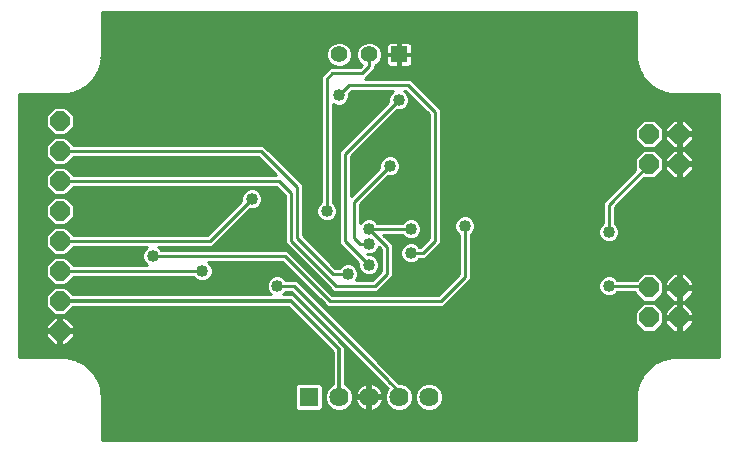
<source format=gbl>
G75*
G70*
%OFA0B0*%
%FSLAX24Y24*%
%IPPOS*%
%LPD*%
%AMOC8*
5,1,8,0,0,1.08239X$1,22.5*
%
%ADD10R,0.0640X0.0640*%
%ADD11C,0.0640*%
%ADD12OC8,0.0640*%
%ADD13R,0.0555X0.0555*%
%ADD14C,0.0555*%
%ADD15C,0.0100*%
%ADD16C,0.0400*%
%ADD17C,0.0120*%
D10*
X014205Y004991D03*
D11*
X015205Y004991D03*
X016205Y004991D03*
X017205Y004991D03*
X018205Y004991D03*
D12*
X025548Y007641D03*
X026548Y007641D03*
X026548Y008641D03*
X025548Y008641D03*
X025548Y012759D03*
X026548Y012759D03*
X026548Y013759D03*
X025548Y013759D03*
X005895Y014200D03*
X005895Y013200D03*
X005895Y012200D03*
X005895Y011200D03*
X005895Y010200D03*
X005895Y009200D03*
X005895Y008200D03*
X005895Y007200D03*
D13*
X017214Y016409D03*
D14*
X016214Y016409D03*
X015214Y016409D03*
D15*
X007300Y004936D02*
X007300Y003567D01*
X025110Y003567D01*
X025110Y004936D01*
X025106Y004940D01*
X025110Y004997D01*
X025110Y005054D01*
X025115Y005058D01*
X025119Y005120D01*
X025113Y005131D01*
X025124Y005181D01*
X025127Y005232D01*
X025137Y005240D01*
X025151Y005307D01*
X025146Y005318D01*
X025164Y005366D01*
X025175Y005417D01*
X025185Y005423D01*
X025209Y005488D01*
X025206Y005499D01*
X025230Y005544D01*
X025248Y005593D01*
X025260Y005598D01*
X025292Y005658D01*
X025291Y005670D01*
X025322Y005711D01*
X025346Y005756D01*
X025358Y005760D01*
X025399Y005815D01*
X025399Y005827D01*
X025435Y005863D01*
X025466Y005905D01*
X025478Y005906D01*
X025527Y005955D01*
X025528Y005967D01*
X025570Y005998D01*
X025606Y006034D01*
X025618Y006034D01*
X025673Y006075D01*
X025677Y006087D01*
X025722Y006112D01*
X025763Y006142D01*
X025775Y006141D01*
X025835Y006174D01*
X025840Y006185D01*
X025889Y006203D01*
X025934Y006227D01*
X025945Y006224D01*
X026010Y006248D01*
X026016Y006258D01*
X026067Y006269D01*
X026115Y006287D01*
X026126Y006282D01*
X026193Y006296D01*
X026201Y006306D01*
X026252Y006309D01*
X026302Y006320D01*
X026313Y006314D01*
X026375Y006318D01*
X026379Y006323D01*
X026436Y006323D01*
X026493Y006327D01*
X026497Y006323D01*
X027866Y006323D01*
X027866Y015078D01*
X026497Y015078D01*
X026493Y015074D01*
X026436Y015078D01*
X026379Y015078D01*
X026375Y015082D01*
X026313Y015087D01*
X026302Y015080D01*
X026252Y015091D01*
X026201Y015095D01*
X026193Y015104D01*
X026126Y015118D01*
X026115Y015113D01*
X026067Y015131D01*
X026016Y015142D01*
X026010Y015152D01*
X025945Y015176D01*
X025934Y015173D01*
X025889Y015198D01*
X025840Y015216D01*
X025835Y015227D01*
X025775Y015260D01*
X025763Y015258D01*
X025722Y015289D01*
X025677Y015313D01*
X025673Y015325D01*
X025618Y015366D01*
X025606Y015366D01*
X025570Y015403D01*
X025528Y015433D01*
X025527Y015445D01*
X025478Y015494D01*
X025466Y015496D01*
X025435Y015537D01*
X025399Y015573D01*
X025399Y015585D01*
X025358Y015640D01*
X025346Y015644D01*
X025321Y015689D01*
X025291Y015730D01*
X025292Y015742D01*
X025259Y015802D01*
X025248Y015808D01*
X025230Y015856D01*
X025206Y015901D01*
X025209Y015913D01*
X025185Y015977D01*
X025175Y015983D01*
X025164Y016034D01*
X025146Y016082D01*
X025151Y016093D01*
X025137Y016160D01*
X025127Y016168D01*
X025124Y016219D01*
X025113Y016270D01*
X025119Y016280D01*
X025115Y016342D01*
X025110Y016347D01*
X025110Y016403D01*
X025106Y016460D01*
X025110Y016465D01*
X025110Y017834D01*
X007300Y017834D01*
X007300Y016465D01*
X007304Y016460D01*
X007300Y016403D01*
X007300Y016347D01*
X007296Y016342D01*
X007291Y016280D01*
X007298Y016270D01*
X007287Y016219D01*
X007283Y016168D01*
X007274Y016160D01*
X007260Y016093D01*
X007265Y016082D01*
X007247Y016034D01*
X007236Y015983D01*
X007225Y015977D01*
X007201Y015913D01*
X007205Y015901D01*
X007180Y015856D01*
X007162Y015808D01*
X007151Y015802D01*
X007118Y015742D01*
X007120Y015730D01*
X007089Y015689D01*
X007065Y015644D01*
X007053Y015640D01*
X007012Y015585D01*
X007012Y015573D01*
X006975Y015537D01*
X006945Y015496D01*
X006932Y015494D01*
X006884Y015445D01*
X006882Y015433D01*
X006841Y015403D01*
X006805Y015366D01*
X006793Y015366D01*
X006737Y015325D01*
X006734Y015313D01*
X006689Y015289D01*
X006648Y015258D01*
X006636Y015260D01*
X006575Y015227D01*
X006570Y015216D01*
X006522Y015198D01*
X006477Y015173D01*
X006465Y015176D01*
X006401Y015152D01*
X006394Y015142D01*
X006344Y015131D01*
X006296Y015113D01*
X006285Y015118D01*
X006218Y015104D01*
X006210Y015095D01*
X006158Y015091D01*
X006108Y015080D01*
X006098Y015087D01*
X006036Y015082D01*
X006031Y015078D01*
X005975Y015078D01*
X005918Y015074D01*
X005913Y015078D01*
X004544Y015078D01*
X004544Y006323D01*
X005913Y006323D01*
X005918Y006327D01*
X005975Y006323D01*
X006031Y006323D01*
X006036Y006318D01*
X006098Y006314D01*
X006108Y006320D01*
X006159Y006309D01*
X006210Y006306D01*
X006218Y006296D01*
X006285Y006282D01*
X006296Y006287D01*
X006344Y006269D01*
X006394Y006258D01*
X006401Y006248D01*
X006465Y006224D01*
X006477Y006227D01*
X006522Y006203D01*
X006570Y006185D01*
X006575Y006174D01*
X006636Y006141D01*
X006648Y006142D01*
X006689Y006112D01*
X006734Y006087D01*
X006737Y006075D01*
X006792Y006034D01*
X006805Y006034D01*
X006841Y005998D01*
X006882Y005967D01*
X006884Y005955D01*
X006932Y005906D01*
X006945Y005905D01*
X006975Y005863D01*
X007012Y005827D01*
X007012Y005815D01*
X007053Y005760D01*
X007065Y005756D01*
X007089Y005711D01*
X007120Y005670D01*
X007118Y005658D01*
X007151Y005598D01*
X007162Y005593D01*
X007180Y005544D01*
X007205Y005499D01*
X007201Y005488D01*
X007225Y005423D01*
X007236Y005417D01*
X007247Y005366D01*
X007265Y005318D01*
X007260Y005307D01*
X007274Y005240D01*
X007283Y005232D01*
X007287Y005181D01*
X007298Y005131D01*
X007291Y005120D01*
X007296Y005058D01*
X007300Y005054D01*
X007300Y004997D01*
X007304Y004940D01*
X007300Y004936D01*
X007300Y004895D02*
X013735Y004895D01*
X013735Y004993D02*
X007300Y004993D01*
X007293Y005092D02*
X013735Y005092D01*
X013735Y005190D02*
X007286Y005190D01*
X007264Y005289D02*
X013735Y005289D01*
X013735Y005374D02*
X013735Y004609D01*
X013823Y004521D01*
X014587Y004521D01*
X014675Y004609D01*
X014675Y005374D01*
X014587Y005461D01*
X013823Y005461D01*
X013735Y005374D01*
X013749Y005388D02*
X007242Y005388D01*
X007202Y005486D02*
X014995Y005486D01*
X014995Y005413D02*
X014939Y005390D01*
X014807Y005258D01*
X014735Y005085D01*
X014735Y004898D01*
X014807Y004725D01*
X014939Y004593D01*
X015112Y004521D01*
X015299Y004521D01*
X015472Y004593D01*
X015604Y004725D01*
X015675Y004898D01*
X015675Y005085D01*
X015604Y005258D01*
X015472Y005390D01*
X015415Y005413D01*
X015415Y006500D01*
X015415Y006674D01*
X013741Y008348D01*
X013681Y008408D01*
X013543Y008408D01*
X013349Y008408D01*
X013439Y008498D01*
X013611Y008498D01*
X016603Y005506D01*
X016688Y005421D01*
X016829Y005280D01*
X016807Y005258D01*
X016735Y005085D01*
X016735Y004898D01*
X016807Y004725D01*
X016939Y004593D01*
X017112Y004521D01*
X017299Y004521D01*
X017472Y004593D01*
X017604Y004725D01*
X017675Y004898D01*
X017675Y005085D01*
X017604Y005258D01*
X017472Y005390D01*
X017299Y005461D01*
X017214Y005461D01*
X016971Y005704D01*
X016886Y005789D01*
X013894Y008781D01*
X013777Y008898D01*
X013439Y008898D01*
X013343Y008995D01*
X013214Y009048D01*
X013075Y009048D01*
X012946Y008995D01*
X012848Y008896D01*
X012794Y008768D01*
X012794Y008628D01*
X012848Y008500D01*
X012939Y008408D01*
X006350Y008410D01*
X006090Y008670D01*
X005701Y008670D01*
X005425Y008395D01*
X005425Y008005D01*
X005701Y007730D01*
X006090Y007730D01*
X006350Y007990D01*
X013507Y007988D01*
X014995Y006500D01*
X014995Y005413D01*
X014937Y005388D02*
X014661Y005388D01*
X014675Y005289D02*
X014838Y005289D01*
X014779Y005190D02*
X014675Y005190D01*
X014675Y005092D02*
X014738Y005092D01*
X014735Y004993D02*
X014675Y004993D01*
X014675Y004895D02*
X014737Y004895D01*
X014777Y004796D02*
X014675Y004796D01*
X014675Y004698D02*
X014834Y004698D01*
X014933Y004599D02*
X014665Y004599D01*
X015478Y004599D02*
X015946Y004599D01*
X015959Y004590D02*
X016025Y004556D01*
X016095Y004533D01*
X016155Y004524D01*
X016155Y004941D01*
X016255Y004941D01*
X016255Y004524D01*
X016315Y004533D01*
X016386Y004556D01*
X016452Y004590D01*
X016511Y004633D01*
X016564Y004685D01*
X016607Y004745D01*
X016641Y004811D01*
X016664Y004881D01*
X016673Y004941D01*
X016256Y004941D01*
X016256Y005041D01*
X016673Y005041D01*
X016664Y005102D01*
X016641Y005172D01*
X016607Y005238D01*
X016564Y005298D01*
X016511Y005350D01*
X016452Y005393D01*
X016386Y005427D01*
X016315Y005450D01*
X016255Y005459D01*
X016255Y005042D01*
X016155Y005042D01*
X016155Y005459D01*
X016095Y005450D01*
X016025Y005427D01*
X015959Y005393D01*
X015899Y005350D01*
X015847Y005298D01*
X015803Y005238D01*
X015770Y005172D01*
X015747Y005102D01*
X015737Y005041D01*
X016155Y005041D01*
X016155Y004941D01*
X015737Y004941D01*
X015747Y004881D01*
X015770Y004811D01*
X015803Y004745D01*
X015847Y004685D01*
X015899Y004633D01*
X015959Y004590D01*
X015838Y004698D02*
X015576Y004698D01*
X015633Y004796D02*
X015777Y004796D01*
X015745Y004895D02*
X015674Y004895D01*
X015675Y004993D02*
X016155Y004993D01*
X016155Y004895D02*
X016255Y004895D01*
X016256Y004993D02*
X016735Y004993D01*
X016737Y004895D02*
X016666Y004895D01*
X016633Y004796D02*
X016777Y004796D01*
X016834Y004698D02*
X016573Y004698D01*
X016465Y004599D02*
X016933Y004599D01*
X017205Y004991D02*
X017205Y005187D01*
X016888Y005504D01*
X016803Y005589D01*
X013694Y008698D01*
X013144Y008698D01*
X012823Y008837D02*
X006196Y008837D01*
X006295Y008935D02*
X010412Y008935D01*
X010446Y008901D02*
X010349Y008998D01*
X006360Y009000D01*
X006090Y008730D01*
X005701Y008730D01*
X005425Y009005D01*
X005425Y009395D01*
X005701Y009670D01*
X006090Y009670D01*
X006360Y009400D01*
X008802Y009399D01*
X008796Y009401D01*
X008698Y009500D01*
X008644Y009628D01*
X008644Y009768D01*
X008698Y009896D01*
X008796Y009995D01*
X008806Y009999D01*
X006360Y010000D01*
X006090Y009730D01*
X005701Y009730D01*
X005425Y010005D01*
X005425Y010395D01*
X005701Y010670D01*
X006090Y010670D01*
X006360Y010400D01*
X010811Y010398D01*
X011944Y011531D01*
X011944Y011668D01*
X011998Y011796D01*
X012096Y011895D01*
X012225Y011948D01*
X012364Y011948D01*
X012493Y011895D01*
X012591Y011796D01*
X012644Y011668D01*
X012644Y011528D01*
X012591Y011400D01*
X012493Y011301D01*
X012364Y011248D01*
X012227Y011248D01*
X011094Y010115D01*
X011094Y010115D01*
X011035Y010056D01*
X010977Y009998D01*
X010977Y009998D01*
X010887Y009998D01*
X010811Y009998D01*
X010811Y009998D01*
X009183Y009999D01*
X009193Y009995D01*
X009289Y009898D01*
X013311Y009898D01*
X013477Y009898D01*
X014977Y008398D01*
X018511Y008398D01*
X019194Y009081D01*
X019194Y010403D01*
X019098Y010500D01*
X019044Y010628D01*
X019044Y010768D01*
X019098Y010896D01*
X019196Y010995D01*
X019325Y011048D01*
X019464Y011048D01*
X019593Y010995D01*
X019691Y010896D01*
X019744Y010768D01*
X019744Y010628D01*
X019691Y010500D01*
X019594Y010403D01*
X019594Y008915D01*
X019477Y008798D01*
X018677Y007998D01*
X018511Y007998D01*
X014811Y007998D01*
X014694Y008115D01*
X013311Y009498D01*
X010834Y009498D01*
X010843Y009495D01*
X010941Y009396D01*
X010994Y009268D01*
X010994Y009128D01*
X010941Y009000D01*
X010843Y008901D01*
X010714Y008848D01*
X010575Y008848D01*
X010446Y008901D01*
X010644Y009198D02*
X005895Y009200D01*
X005425Y009231D02*
X004544Y009231D01*
X004544Y009329D02*
X005425Y009329D01*
X005458Y009428D02*
X004544Y009428D01*
X004544Y009526D02*
X005557Y009526D01*
X005655Y009625D02*
X004544Y009625D01*
X004544Y009723D02*
X008644Y009723D01*
X008646Y009625D02*
X006135Y009625D01*
X006234Y009526D02*
X008687Y009526D01*
X008769Y009428D02*
X006332Y009428D01*
X006182Y009822D02*
X008667Y009822D01*
X008722Y009921D02*
X006280Y009921D01*
X005895Y010200D02*
X010894Y010198D01*
X012294Y011598D01*
X011944Y011596D02*
X006164Y011596D01*
X006090Y011670D02*
X005701Y011670D01*
X005425Y011395D01*
X005425Y011005D01*
X005701Y010730D01*
X006090Y010730D01*
X006365Y011005D01*
X006365Y011395D01*
X006090Y011670D01*
X006090Y011730D02*
X005701Y011730D01*
X005425Y012005D01*
X005425Y012395D01*
X005701Y012670D01*
X006090Y012670D01*
X006360Y012400D01*
X013112Y012398D01*
X012511Y012998D01*
X006360Y013000D01*
X006090Y012730D01*
X005701Y012730D01*
X005425Y013005D01*
X005425Y013395D01*
X005701Y013670D01*
X006090Y013670D01*
X006360Y013400D01*
X012560Y013398D01*
X012677Y013398D01*
X012677Y013398D01*
X012679Y013396D01*
X013994Y012081D01*
X013994Y011915D01*
X013994Y010381D01*
X015077Y009298D01*
X015199Y009298D01*
X015296Y009395D01*
X015425Y009448D01*
X015564Y009448D01*
X015693Y009395D01*
X015791Y009296D01*
X015844Y009168D01*
X015844Y009028D01*
X015791Y008900D01*
X015789Y008898D01*
X016311Y008898D01*
X016594Y009181D01*
X016594Y009915D01*
X016526Y009984D01*
X016491Y009900D01*
X016393Y009801D01*
X016264Y009748D01*
X016127Y009748D01*
X016127Y009748D01*
X016264Y009748D01*
X016393Y009695D01*
X016491Y009596D01*
X016544Y009468D01*
X016544Y009328D01*
X016491Y009200D01*
X016393Y009101D01*
X016264Y009048D01*
X016125Y009048D01*
X015996Y009101D01*
X015898Y009200D01*
X015844Y009328D01*
X015844Y009465D01*
X015311Y009998D01*
X015194Y010115D01*
X015194Y013181D01*
X015311Y013298D01*
X016844Y014831D01*
X016844Y014968D01*
X016898Y015096D01*
X016996Y015195D01*
X017004Y015198D01*
X015627Y015198D01*
X015544Y015115D01*
X015544Y014978D01*
X015491Y014850D01*
X015393Y014751D01*
X015264Y014698D01*
X015125Y014698D01*
X014996Y014751D01*
X014994Y014753D01*
X014994Y011493D01*
X015091Y011396D01*
X015144Y011268D01*
X015144Y011128D01*
X015091Y011000D01*
X014993Y010901D01*
X014864Y010848D01*
X014725Y010848D01*
X014596Y010901D01*
X014498Y011000D01*
X014444Y011128D01*
X014444Y011268D01*
X014498Y011396D01*
X014594Y011493D01*
X014594Y015515D01*
X014594Y015681D01*
X014777Y015864D01*
X014894Y015981D01*
X015894Y015981D01*
X015966Y016052D01*
X015852Y016167D01*
X015787Y016324D01*
X015787Y016494D01*
X015852Y016651D01*
X015972Y016771D01*
X016129Y016836D01*
X016299Y016836D01*
X016456Y016771D01*
X016577Y016651D01*
X016642Y016494D01*
X016642Y016324D01*
X016577Y016167D01*
X016456Y016046D01*
X016414Y016029D01*
X016414Y015935D01*
X016077Y015598D01*
X017577Y015598D01*
X017694Y015481D01*
X018594Y014581D01*
X018594Y014415D01*
X018594Y010115D01*
X018477Y009998D01*
X018077Y009598D01*
X017911Y009598D01*
X017889Y009598D01*
X017793Y009501D01*
X017664Y009448D01*
X017525Y009448D01*
X017396Y009501D01*
X017298Y009600D01*
X017244Y009728D01*
X017244Y009868D01*
X017298Y009996D01*
X017396Y010095D01*
X017525Y010148D01*
X017664Y010148D01*
X017793Y010095D01*
X017889Y009998D01*
X017911Y009998D01*
X018194Y010281D01*
X018194Y014415D01*
X017411Y015198D01*
X017384Y015198D01*
X017393Y015195D01*
X017491Y015096D01*
X017544Y014968D01*
X017544Y014828D01*
X017491Y014700D01*
X017393Y014601D01*
X017264Y014548D01*
X017127Y014548D01*
X015594Y013015D01*
X015594Y011681D01*
X015611Y011698D01*
X016544Y012631D01*
X016544Y012768D01*
X016598Y012896D01*
X016696Y012995D01*
X016825Y013048D01*
X016964Y013048D01*
X017093Y012995D01*
X017191Y012896D01*
X017244Y012768D01*
X017244Y012628D01*
X017191Y012500D01*
X017093Y012401D01*
X016964Y012348D01*
X016827Y012348D01*
X015894Y011415D01*
X015894Y010788D01*
X015898Y010796D01*
X015996Y010895D01*
X016125Y010948D01*
X016264Y010948D01*
X016393Y010895D01*
X016489Y010798D01*
X017299Y010798D01*
X017396Y010895D01*
X017525Y010948D01*
X017664Y010948D01*
X017793Y010895D01*
X017891Y010796D01*
X017944Y010668D01*
X017944Y010528D01*
X017891Y010400D01*
X017793Y010301D01*
X017664Y010248D01*
X017525Y010248D01*
X017396Y010301D01*
X017299Y010398D01*
X016677Y010398D01*
X016994Y010081D01*
X016994Y009915D01*
X016994Y009015D01*
X016877Y008898D01*
X016477Y008498D01*
X016311Y008498D01*
X015011Y008498D01*
X014894Y008615D01*
X013394Y010115D01*
X013394Y010281D01*
X013394Y011715D01*
X013111Y011998D01*
X006360Y012000D01*
X006090Y011730D01*
X006153Y011793D02*
X011996Y011793D01*
X011955Y011694D02*
X004544Y011694D01*
X004544Y011596D02*
X005626Y011596D01*
X005528Y011497D02*
X004544Y011497D01*
X004544Y011399D02*
X005429Y011399D01*
X005425Y011300D02*
X004544Y011300D01*
X004544Y011202D02*
X005425Y011202D01*
X005425Y011103D02*
X004544Y011103D01*
X004544Y011005D02*
X005426Y011005D01*
X005525Y010906D02*
X004544Y010906D01*
X004544Y010807D02*
X005623Y010807D01*
X005641Y010610D02*
X004544Y010610D01*
X004544Y010512D02*
X005542Y010512D01*
X005444Y010413D02*
X004544Y010413D01*
X004544Y010315D02*
X005425Y010315D01*
X005425Y010216D02*
X004544Y010216D01*
X004544Y010118D02*
X005425Y010118D01*
X005425Y010019D02*
X004544Y010019D01*
X004544Y009921D02*
X005510Y009921D01*
X005609Y009822D02*
X004544Y009822D01*
X004544Y009132D02*
X005425Y009132D01*
X005425Y009034D02*
X004544Y009034D01*
X004544Y008935D02*
X005496Y008935D01*
X005594Y008837D02*
X004544Y008837D01*
X004544Y008738D02*
X005693Y008738D01*
X005670Y008639D02*
X004544Y008639D01*
X004544Y008541D02*
X005571Y008541D01*
X005473Y008442D02*
X004544Y008442D01*
X004544Y008344D02*
X005425Y008344D01*
X005425Y008245D02*
X004544Y008245D01*
X004544Y008147D02*
X005425Y008147D01*
X005425Y008048D02*
X004544Y008048D01*
X004544Y007950D02*
X005481Y007950D01*
X005580Y007851D02*
X004544Y007851D01*
X004544Y007753D02*
X005678Y007753D01*
X005701Y007670D02*
X005425Y007395D01*
X005425Y007250D01*
X005845Y007250D01*
X005845Y007150D01*
X005425Y007150D01*
X005425Y007005D01*
X005701Y006730D01*
X005845Y006730D01*
X005845Y007150D01*
X005945Y007150D01*
X005945Y006730D01*
X006090Y006730D01*
X006365Y007005D01*
X006365Y007150D01*
X005945Y007150D01*
X005945Y007250D01*
X005845Y007250D01*
X005845Y007670D01*
X005701Y007670D01*
X005685Y007654D02*
X004544Y007654D01*
X004544Y007556D02*
X005586Y007556D01*
X005487Y007457D02*
X004544Y007457D01*
X004544Y007358D02*
X005425Y007358D01*
X005425Y007260D02*
X004544Y007260D01*
X004544Y007161D02*
X005845Y007161D01*
X005845Y007063D02*
X005945Y007063D01*
X005945Y007161D02*
X014334Y007161D01*
X014432Y007063D02*
X006365Y007063D01*
X006324Y006964D02*
X014531Y006964D01*
X014630Y006866D02*
X006226Y006866D01*
X006127Y006767D02*
X014728Y006767D01*
X014827Y006669D02*
X004544Y006669D01*
X004544Y006767D02*
X005664Y006767D01*
X005565Y006866D02*
X004544Y006866D01*
X004544Y006964D02*
X005467Y006964D01*
X005425Y007063D02*
X004544Y007063D01*
X004544Y006570D02*
X014925Y006570D01*
X014995Y006472D02*
X004544Y006472D01*
X004544Y006373D02*
X014995Y006373D01*
X014995Y006274D02*
X006330Y006274D01*
X006574Y006176D02*
X014995Y006176D01*
X014995Y006077D02*
X006737Y006077D01*
X006866Y005979D02*
X014995Y005979D01*
X014995Y005880D02*
X006963Y005880D01*
X007036Y005782D02*
X014995Y005782D01*
X014995Y005683D02*
X007110Y005683D01*
X007165Y005585D02*
X014995Y005585D01*
X015415Y005585D02*
X016525Y005585D01*
X016426Y005683D02*
X015415Y005683D01*
X015415Y005782D02*
X016328Y005782D01*
X016229Y005880D02*
X015415Y005880D01*
X015415Y005979D02*
X016131Y005979D01*
X016032Y006077D02*
X015415Y006077D01*
X015415Y006176D02*
X015934Y006176D01*
X015835Y006274D02*
X015415Y006274D01*
X015415Y006373D02*
X015736Y006373D01*
X015638Y006472D02*
X015415Y006472D01*
X015415Y006570D02*
X015539Y006570D01*
X015441Y006669D02*
X015415Y006669D01*
X015342Y006767D02*
X015322Y006767D01*
X015244Y006866D02*
X015224Y006866D01*
X015145Y006964D02*
X015125Y006964D01*
X015047Y007063D02*
X015026Y007063D01*
X014948Y007161D02*
X014928Y007161D01*
X014850Y007260D02*
X014829Y007260D01*
X014751Y007358D02*
X014731Y007358D01*
X014652Y007457D02*
X014632Y007457D01*
X014554Y007556D02*
X014534Y007556D01*
X014455Y007654D02*
X014435Y007654D01*
X014357Y007753D02*
X014337Y007753D01*
X014258Y007851D02*
X014238Y007851D01*
X014160Y007950D02*
X014140Y007950D01*
X014061Y008048D02*
X014041Y008048D01*
X013963Y008147D02*
X013942Y008147D01*
X013864Y008245D02*
X013844Y008245D01*
X013766Y008344D02*
X013745Y008344D01*
X013681Y008408D02*
X013681Y008408D01*
X013681Y008408D01*
X013667Y008442D02*
X013384Y008442D01*
X012905Y008442D02*
X006318Y008442D01*
X006219Y008541D02*
X012830Y008541D01*
X012794Y008639D02*
X006121Y008639D01*
X006098Y008738D02*
X012794Y008738D01*
X012887Y008935D02*
X010876Y008935D01*
X010955Y009034D02*
X013040Y009034D01*
X013248Y009034D02*
X013776Y009034D01*
X013677Y009132D02*
X010994Y009132D01*
X010994Y009231D02*
X013579Y009231D01*
X013480Y009329D02*
X010969Y009329D01*
X010909Y009428D02*
X013382Y009428D01*
X013750Y009625D02*
X013884Y009625D01*
X013849Y009526D02*
X013983Y009526D01*
X013947Y009428D02*
X014082Y009428D01*
X014046Y009329D02*
X014180Y009329D01*
X014144Y009231D02*
X014279Y009231D01*
X014243Y009132D02*
X014377Y009132D01*
X014341Y009034D02*
X014476Y009034D01*
X014440Y008935D02*
X014574Y008935D01*
X014539Y008837D02*
X014673Y008837D01*
X014637Y008738D02*
X014771Y008738D01*
X014736Y008639D02*
X014870Y008639D01*
X014834Y008541D02*
X014968Y008541D01*
X014933Y008442D02*
X018556Y008442D01*
X018654Y008541D02*
X016520Y008541D01*
X016619Y008639D02*
X018753Y008639D01*
X018852Y008738D02*
X016717Y008738D01*
X016816Y008837D02*
X018950Y008837D01*
X019049Y008935D02*
X016914Y008935D01*
X016994Y009034D02*
X019147Y009034D01*
X019194Y009132D02*
X016994Y009132D01*
X016994Y009231D02*
X019194Y009231D01*
X019194Y009329D02*
X016994Y009329D01*
X016994Y009428D02*
X019194Y009428D01*
X019194Y009526D02*
X017818Y009526D01*
X018104Y009625D02*
X019194Y009625D01*
X019194Y009723D02*
X018203Y009723D01*
X018301Y009822D02*
X019194Y009822D01*
X019194Y009921D02*
X018400Y009921D01*
X018498Y010019D02*
X019194Y010019D01*
X019194Y010118D02*
X018594Y010118D01*
X018594Y010216D02*
X019194Y010216D01*
X019194Y010315D02*
X018594Y010315D01*
X018594Y010413D02*
X019184Y010413D01*
X019093Y010512D02*
X018594Y010512D01*
X018594Y010610D02*
X019052Y010610D01*
X019044Y010709D02*
X018594Y010709D01*
X018594Y010807D02*
X019061Y010807D01*
X019107Y010906D02*
X018594Y010906D01*
X018594Y011005D02*
X019220Y011005D01*
X019569Y011005D02*
X023994Y011005D01*
X023994Y011103D02*
X018594Y011103D01*
X018594Y011202D02*
X023994Y011202D01*
X023994Y011300D02*
X018594Y011300D01*
X018594Y011399D02*
X023994Y011399D01*
X023994Y011323D02*
X023994Y010793D01*
X023898Y010696D01*
X023844Y010568D01*
X023844Y010428D01*
X023898Y010300D01*
X023996Y010201D01*
X024125Y010148D01*
X024264Y010148D01*
X024393Y010201D01*
X024491Y010300D01*
X024544Y010428D01*
X024544Y010568D01*
X024491Y010696D01*
X024394Y010793D01*
X024394Y011323D01*
X025361Y012289D01*
X025743Y012289D01*
X026018Y012565D01*
X026018Y012954D01*
X025743Y013229D01*
X025353Y013229D01*
X025078Y012954D01*
X025078Y012572D01*
X023994Y011489D01*
X023994Y011323D01*
X024003Y011497D02*
X018594Y011497D01*
X018594Y011596D02*
X024102Y011596D01*
X024200Y011694D02*
X018594Y011694D01*
X018594Y011793D02*
X024299Y011793D01*
X024397Y011891D02*
X018594Y011891D01*
X018594Y011990D02*
X024496Y011990D01*
X024594Y012089D02*
X018594Y012089D01*
X018594Y012187D02*
X024693Y012187D01*
X024791Y012286D02*
X018594Y012286D01*
X018594Y012384D02*
X024890Y012384D01*
X024989Y012483D02*
X018594Y012483D01*
X018594Y012581D02*
X025078Y012581D01*
X025078Y012680D02*
X018594Y012680D01*
X018594Y012778D02*
X025078Y012778D01*
X025078Y012877D02*
X018594Y012877D01*
X018594Y012975D02*
X025099Y012975D01*
X025198Y013074D02*
X018594Y013074D01*
X018594Y013172D02*
X025296Y013172D01*
X025353Y013289D02*
X025743Y013289D01*
X026018Y013565D01*
X026018Y013954D01*
X025743Y014229D01*
X025353Y014229D01*
X025078Y013954D01*
X025078Y013565D01*
X025353Y013289D01*
X025273Y013370D02*
X018594Y013370D01*
X018594Y013468D02*
X025174Y013468D01*
X025078Y013567D02*
X018594Y013567D01*
X018594Y013665D02*
X025078Y013665D01*
X025078Y013764D02*
X018594Y013764D01*
X018594Y013862D02*
X025078Y013862D01*
X025085Y013961D02*
X018594Y013961D01*
X018594Y014059D02*
X025183Y014059D01*
X025282Y014158D02*
X018594Y014158D01*
X018594Y014256D02*
X027866Y014256D01*
X027866Y014158D02*
X026814Y014158D01*
X026743Y014229D02*
X026598Y014229D01*
X026598Y013809D01*
X027018Y013809D01*
X027018Y013954D01*
X026743Y014229D01*
X026598Y014158D02*
X026498Y014158D01*
X026498Y014229D02*
X026353Y014229D01*
X026078Y013954D01*
X026078Y013809D01*
X026498Y013809D01*
X026498Y013709D01*
X026598Y013709D01*
X026598Y013809D01*
X026498Y013809D01*
X026498Y014229D01*
X026498Y014059D02*
X026598Y014059D01*
X026598Y013961D02*
X026498Y013961D01*
X026498Y013862D02*
X026598Y013862D01*
X026598Y013764D02*
X027866Y013764D01*
X027866Y013862D02*
X027018Y013862D01*
X027011Y013961D02*
X027866Y013961D01*
X027866Y014059D02*
X026912Y014059D01*
X027018Y013709D02*
X026598Y013709D01*
X026598Y013289D01*
X026743Y013289D01*
X027018Y013565D01*
X027018Y013709D01*
X027018Y013665D02*
X027866Y013665D01*
X027866Y013567D02*
X027018Y013567D01*
X026921Y013468D02*
X027866Y013468D01*
X027866Y013370D02*
X026823Y013370D01*
X026743Y013229D02*
X026598Y013229D01*
X026598Y012809D01*
X027018Y012809D01*
X027018Y012954D01*
X026743Y013229D01*
X026799Y013172D02*
X027866Y013172D01*
X027866Y013074D02*
X026898Y013074D01*
X026996Y012975D02*
X027866Y012975D01*
X027866Y012877D02*
X027018Y012877D01*
X027018Y012709D02*
X026598Y012709D01*
X026598Y012809D01*
X026498Y012809D01*
X026498Y012709D01*
X026598Y012709D01*
X026598Y012289D01*
X026743Y012289D01*
X027018Y012565D01*
X027018Y012709D01*
X027018Y012680D02*
X027866Y012680D01*
X027866Y012778D02*
X026598Y012778D01*
X026598Y012680D02*
X026498Y012680D01*
X026498Y012709D02*
X026498Y012289D01*
X026353Y012289D01*
X026078Y012565D01*
X026078Y012709D01*
X026498Y012709D01*
X026498Y012778D02*
X026018Y012778D01*
X026078Y012809D02*
X026498Y012809D01*
X026498Y013229D01*
X026353Y013229D01*
X026078Y012954D01*
X026078Y012809D01*
X026078Y012877D02*
X026018Y012877D01*
X025996Y012975D02*
X026099Y012975D01*
X026198Y013074D02*
X025898Y013074D01*
X025799Y013172D02*
X026296Y013172D01*
X026353Y013289D02*
X026078Y013565D01*
X026078Y013709D01*
X026498Y013709D01*
X026498Y013289D01*
X026353Y013289D01*
X026273Y013370D02*
X025823Y013370D01*
X025921Y013468D02*
X026174Y013468D01*
X026078Y013567D02*
X026018Y013567D01*
X026018Y013665D02*
X026078Y013665D01*
X026018Y013764D02*
X026498Y013764D01*
X026498Y013665D02*
X026598Y013665D01*
X026598Y013567D02*
X026498Y013567D01*
X026498Y013468D02*
X026598Y013468D01*
X026598Y013370D02*
X026498Y013370D01*
X026498Y013172D02*
X026598Y013172D01*
X026598Y013074D02*
X026498Y013074D01*
X026498Y012975D02*
X026598Y012975D01*
X026598Y012877D02*
X026498Y012877D01*
X026498Y012581D02*
X026598Y012581D01*
X026598Y012483D02*
X026498Y012483D01*
X026498Y012384D02*
X026598Y012384D01*
X026837Y012384D02*
X027866Y012384D01*
X027866Y012286D02*
X025357Y012286D01*
X025259Y012187D02*
X027866Y012187D01*
X027866Y012089D02*
X025160Y012089D01*
X025061Y011990D02*
X027866Y011990D01*
X027866Y011891D02*
X024963Y011891D01*
X024864Y011793D02*
X027866Y011793D01*
X027866Y011694D02*
X024766Y011694D01*
X024667Y011596D02*
X027866Y011596D01*
X027866Y011497D02*
X024569Y011497D01*
X024470Y011399D02*
X027866Y011399D01*
X027866Y011300D02*
X024394Y011300D01*
X024394Y011202D02*
X027866Y011202D01*
X027866Y011103D02*
X024394Y011103D01*
X024394Y011005D02*
X027866Y011005D01*
X027866Y010906D02*
X024394Y010906D01*
X024394Y010807D02*
X027866Y010807D01*
X027866Y010709D02*
X024478Y010709D01*
X024527Y010610D02*
X027866Y010610D01*
X027866Y010512D02*
X024544Y010512D01*
X024538Y010413D02*
X027866Y010413D01*
X027866Y010315D02*
X024497Y010315D01*
X024408Y010216D02*
X027866Y010216D01*
X027866Y010118D02*
X019594Y010118D01*
X019594Y010216D02*
X023981Y010216D01*
X023891Y010315D02*
X019594Y010315D01*
X019605Y010413D02*
X023851Y010413D01*
X023844Y010512D02*
X019696Y010512D01*
X019737Y010610D02*
X023862Y010610D01*
X023910Y010709D02*
X019744Y010709D01*
X019728Y010807D02*
X023994Y010807D01*
X023994Y010906D02*
X019681Y010906D01*
X019394Y010698D02*
X019394Y008998D01*
X018594Y008198D01*
X014894Y008198D01*
X013394Y009698D01*
X008994Y009698D01*
X009267Y009921D02*
X013589Y009921D01*
X013553Y009822D02*
X013687Y009822D01*
X013652Y009723D02*
X013786Y009723D01*
X013490Y010019D02*
X010998Y010019D01*
X010977Y009998D02*
X010977Y009998D01*
X011097Y010118D02*
X013394Y010118D01*
X013394Y010216D02*
X011195Y010216D01*
X011294Y010315D02*
X013394Y010315D01*
X013394Y010413D02*
X011392Y010413D01*
X011491Y010512D02*
X013394Y010512D01*
X013394Y010610D02*
X011590Y010610D01*
X011688Y010709D02*
X013394Y010709D01*
X013394Y010807D02*
X011787Y010807D01*
X011885Y010906D02*
X013394Y010906D01*
X013394Y011005D02*
X011984Y011005D01*
X012082Y011103D02*
X013394Y011103D01*
X013394Y011202D02*
X012181Y011202D01*
X012490Y011300D02*
X013394Y011300D01*
X013394Y011399D02*
X012590Y011399D01*
X012631Y011497D02*
X013394Y011497D01*
X013394Y011596D02*
X012644Y011596D01*
X012633Y011694D02*
X013394Y011694D01*
X013317Y011793D02*
X012592Y011793D01*
X012496Y011891D02*
X013218Y011891D01*
X013119Y011990D02*
X006350Y011990D01*
X006251Y011891D02*
X012093Y011891D01*
X011911Y011497D02*
X006263Y011497D01*
X006361Y011399D02*
X011812Y011399D01*
X011714Y011300D02*
X006365Y011300D01*
X006365Y011202D02*
X011615Y011202D01*
X011517Y011103D02*
X006365Y011103D01*
X006364Y011005D02*
X011418Y011005D01*
X011320Y010906D02*
X006266Y010906D01*
X006167Y010807D02*
X011221Y010807D01*
X011122Y010709D02*
X004544Y010709D01*
X004544Y011793D02*
X005638Y011793D01*
X005539Y011891D02*
X004544Y011891D01*
X004544Y011990D02*
X005441Y011990D01*
X005425Y012089D02*
X004544Y012089D01*
X004544Y012187D02*
X005425Y012187D01*
X005425Y012286D02*
X004544Y012286D01*
X004544Y012384D02*
X005425Y012384D01*
X005513Y012483D02*
X004544Y012483D01*
X004544Y012581D02*
X005612Y012581D01*
X005652Y012778D02*
X004544Y012778D01*
X004544Y012680D02*
X012830Y012680D01*
X012928Y012581D02*
X006179Y012581D01*
X006277Y012483D02*
X013027Y012483D01*
X013194Y012198D02*
X013594Y011798D01*
X013594Y010198D01*
X015094Y008698D01*
X016394Y008698D01*
X016794Y009098D01*
X016794Y009998D01*
X016194Y010598D01*
X017594Y010598D01*
X017944Y010610D02*
X018194Y010610D01*
X018194Y010512D02*
X017937Y010512D01*
X017897Y010413D02*
X018194Y010413D01*
X018194Y010315D02*
X017806Y010315D01*
X017737Y010118D02*
X018031Y010118D01*
X018130Y010216D02*
X016859Y010216D01*
X016957Y010118D02*
X017452Y010118D01*
X017321Y010019D02*
X016994Y010019D01*
X016994Y009921D02*
X017266Y009921D01*
X017244Y009822D02*
X016994Y009822D01*
X016994Y009723D02*
X017246Y009723D01*
X017287Y009625D02*
X016994Y009625D01*
X016994Y009526D02*
X017371Y009526D01*
X017594Y009798D02*
X017994Y009798D01*
X018394Y010198D01*
X018394Y014498D01*
X017494Y015398D01*
X015544Y015398D01*
X015194Y015048D01*
X015544Y015045D02*
X016876Y015045D01*
X016844Y014946D02*
X015531Y014946D01*
X015489Y014848D02*
X016844Y014848D01*
X016763Y014749D02*
X015388Y014749D01*
X015001Y014749D02*
X014994Y014749D01*
X014994Y014651D02*
X016664Y014651D01*
X016566Y014552D02*
X014994Y014552D01*
X014994Y014454D02*
X016467Y014454D01*
X016369Y014355D02*
X014994Y014355D01*
X014994Y014256D02*
X016270Y014256D01*
X016171Y014158D02*
X014994Y014158D01*
X014994Y014059D02*
X016073Y014059D01*
X015974Y013961D02*
X014994Y013961D01*
X014994Y013862D02*
X015876Y013862D01*
X015777Y013764D02*
X014994Y013764D01*
X014994Y013665D02*
X015679Y013665D01*
X015580Y013567D02*
X014994Y013567D01*
X014994Y013468D02*
X015482Y013468D01*
X015383Y013370D02*
X014994Y013370D01*
X014994Y013271D02*
X015285Y013271D01*
X015194Y013172D02*
X014994Y013172D01*
X014994Y013074D02*
X015194Y013074D01*
X015194Y012975D02*
X014994Y012975D01*
X014994Y012877D02*
X015194Y012877D01*
X015194Y012778D02*
X014994Y012778D01*
X014994Y012680D02*
X015194Y012680D01*
X015194Y012581D02*
X014994Y012581D01*
X014994Y012483D02*
X015194Y012483D01*
X015194Y012384D02*
X014994Y012384D01*
X014994Y012286D02*
X015194Y012286D01*
X015194Y012187D02*
X014994Y012187D01*
X014994Y012089D02*
X015194Y012089D01*
X015194Y011990D02*
X014994Y011990D01*
X014994Y011891D02*
X015194Y011891D01*
X015194Y011793D02*
X014994Y011793D01*
X014994Y011694D02*
X015194Y011694D01*
X015194Y011596D02*
X014994Y011596D01*
X014994Y011497D02*
X015194Y011497D01*
X015194Y011399D02*
X015089Y011399D01*
X015131Y011300D02*
X015194Y011300D01*
X015194Y011202D02*
X015144Y011202D01*
X015134Y011103D02*
X015194Y011103D01*
X015194Y011005D02*
X015093Y011005D01*
X014997Y010906D02*
X015194Y010906D01*
X015194Y010807D02*
X013994Y010807D01*
X013994Y010709D02*
X015194Y010709D01*
X015194Y010610D02*
X013994Y010610D01*
X013994Y010512D02*
X015194Y010512D01*
X015194Y010413D02*
X013994Y010413D01*
X014060Y010315D02*
X015194Y010315D01*
X015194Y010216D02*
X014159Y010216D01*
X014257Y010118D02*
X015194Y010118D01*
X015290Y010019D02*
X014356Y010019D01*
X014454Y009921D02*
X015389Y009921D01*
X015487Y009822D02*
X014553Y009822D01*
X014652Y009723D02*
X015586Y009723D01*
X015684Y009625D02*
X014750Y009625D01*
X014849Y009526D02*
X015783Y009526D01*
X015844Y009428D02*
X015612Y009428D01*
X015758Y009329D02*
X015844Y009329D01*
X015818Y009231D02*
X015885Y009231D01*
X015844Y009132D02*
X015965Y009132D01*
X015844Y009034D02*
X016447Y009034D01*
X016424Y009132D02*
X016546Y009132D01*
X016504Y009231D02*
X016594Y009231D01*
X016594Y009329D02*
X016544Y009329D01*
X016544Y009428D02*
X016594Y009428D01*
X016594Y009526D02*
X016520Y009526D01*
X016462Y009625D02*
X016594Y009625D01*
X016594Y009723D02*
X016323Y009723D01*
X016413Y009822D02*
X016594Y009822D01*
X016589Y009921D02*
X016500Y009921D01*
X016194Y010098D02*
X015894Y010098D01*
X015694Y010298D01*
X015694Y011498D01*
X016894Y012698D01*
X016544Y012680D02*
X015594Y012680D01*
X015594Y012778D02*
X016549Y012778D01*
X016590Y012877D02*
X015594Y012877D01*
X015594Y012975D02*
X016677Y012975D01*
X016495Y012581D02*
X015594Y012581D01*
X015594Y012483D02*
X016396Y012483D01*
X016298Y012384D02*
X015594Y012384D01*
X015594Y012286D02*
X016199Y012286D01*
X016101Y012187D02*
X015594Y012187D01*
X015594Y012089D02*
X016002Y012089D01*
X015904Y011990D02*
X015594Y011990D01*
X015594Y011891D02*
X015805Y011891D01*
X015706Y011793D02*
X015594Y011793D01*
X015594Y011694D02*
X015608Y011694D01*
X015894Y011399D02*
X018194Y011399D01*
X018194Y011497D02*
X015976Y011497D01*
X016075Y011596D02*
X018194Y011596D01*
X018194Y011694D02*
X016174Y011694D01*
X016272Y011793D02*
X018194Y011793D01*
X018194Y011891D02*
X016371Y011891D01*
X016469Y011990D02*
X018194Y011990D01*
X018194Y012089D02*
X016568Y012089D01*
X016666Y012187D02*
X018194Y012187D01*
X018194Y012286D02*
X016765Y012286D01*
X017051Y012384D02*
X018194Y012384D01*
X018194Y012483D02*
X017174Y012483D01*
X017225Y012581D02*
X018194Y012581D01*
X018194Y012680D02*
X017244Y012680D01*
X017240Y012778D02*
X018194Y012778D01*
X018194Y012877D02*
X017199Y012877D01*
X017112Y012975D02*
X018194Y012975D01*
X018194Y013074D02*
X015653Y013074D01*
X015752Y013172D02*
X018194Y013172D01*
X018194Y013271D02*
X015850Y013271D01*
X015949Y013370D02*
X018194Y013370D01*
X018194Y013468D02*
X016047Y013468D01*
X016146Y013567D02*
X018194Y013567D01*
X018194Y013665D02*
X016244Y013665D01*
X016343Y013764D02*
X018194Y013764D01*
X018194Y013862D02*
X016441Y013862D01*
X016540Y013961D02*
X018194Y013961D01*
X018194Y014059D02*
X016639Y014059D01*
X016737Y014158D02*
X018194Y014158D01*
X018194Y014256D02*
X016836Y014256D01*
X016934Y014355D02*
X018194Y014355D01*
X018156Y014454D02*
X017033Y014454D01*
X017274Y014552D02*
X018057Y014552D01*
X017959Y014651D02*
X017442Y014651D01*
X017511Y014749D02*
X017860Y014749D01*
X017762Y014848D02*
X017544Y014848D01*
X017544Y014946D02*
X017663Y014946D01*
X017565Y015045D02*
X017512Y015045D01*
X017466Y015143D02*
X017444Y015143D01*
X017194Y014898D02*
X015394Y013098D01*
X015394Y010198D01*
X016194Y009398D01*
X016349Y008935D02*
X015806Y008935D01*
X015494Y009098D02*
X014994Y009098D01*
X013794Y010298D01*
X013794Y011998D01*
X012594Y013198D01*
X005895Y013200D01*
X005425Y013172D02*
X004544Y013172D01*
X004544Y013074D02*
X005425Y013074D01*
X005455Y012975D02*
X004544Y012975D01*
X004544Y012877D02*
X005554Y012877D01*
X005425Y013271D02*
X004544Y013271D01*
X004544Y013370D02*
X005425Y013370D01*
X005499Y013468D02*
X004544Y013468D01*
X004544Y013567D02*
X005597Y013567D01*
X005696Y013665D02*
X004544Y013665D01*
X004544Y013764D02*
X005667Y013764D01*
X005701Y013730D02*
X005425Y014005D01*
X005425Y014395D01*
X005701Y014670D01*
X006090Y014670D01*
X006365Y014395D01*
X006365Y014005D01*
X006090Y013730D01*
X005701Y013730D01*
X005569Y013862D02*
X004544Y013862D01*
X004544Y013961D02*
X005470Y013961D01*
X005425Y014059D02*
X004544Y014059D01*
X004544Y014158D02*
X005425Y014158D01*
X005425Y014256D02*
X004544Y014256D01*
X004544Y014355D02*
X005425Y014355D01*
X005484Y014454D02*
X004544Y014454D01*
X004544Y014552D02*
X005583Y014552D01*
X005681Y014651D02*
X004544Y014651D01*
X004544Y014749D02*
X014594Y014749D01*
X014594Y014651D02*
X006109Y014651D01*
X006208Y014552D02*
X014594Y014552D01*
X014594Y014454D02*
X006307Y014454D01*
X006365Y014355D02*
X014594Y014355D01*
X014594Y014256D02*
X006365Y014256D01*
X006365Y014158D02*
X014594Y014158D01*
X014594Y014059D02*
X006365Y014059D01*
X006321Y013961D02*
X014594Y013961D01*
X014594Y013862D02*
X006222Y013862D01*
X006124Y013764D02*
X014594Y013764D01*
X014594Y013665D02*
X006095Y013665D01*
X006193Y013567D02*
X014594Y013567D01*
X014594Y013468D02*
X006292Y013468D01*
X006335Y012975D02*
X012534Y012975D01*
X012633Y012877D02*
X006237Y012877D01*
X006138Y012778D02*
X012731Y012778D01*
X013001Y013074D02*
X014594Y013074D01*
X014594Y013172D02*
X012903Y013172D01*
X012804Y013271D02*
X014594Y013271D01*
X014594Y013370D02*
X012706Y013370D01*
X013100Y012975D02*
X014594Y012975D01*
X014594Y012877D02*
X013198Y012877D01*
X013297Y012778D02*
X014594Y012778D01*
X014594Y012680D02*
X013395Y012680D01*
X013494Y012581D02*
X014594Y012581D01*
X014594Y012483D02*
X013592Y012483D01*
X013691Y012384D02*
X014594Y012384D01*
X014594Y012286D02*
X013789Y012286D01*
X013888Y012187D02*
X014594Y012187D01*
X014594Y012089D02*
X013987Y012089D01*
X013994Y011990D02*
X014594Y011990D01*
X014594Y011891D02*
X013994Y011891D01*
X013994Y011793D02*
X014594Y011793D01*
X014594Y011694D02*
X013994Y011694D01*
X013994Y011596D02*
X014594Y011596D01*
X014594Y011497D02*
X013994Y011497D01*
X013994Y011399D02*
X014500Y011399D01*
X014458Y011300D02*
X013994Y011300D01*
X013994Y011202D02*
X014444Y011202D01*
X014455Y011103D02*
X013994Y011103D01*
X013994Y011005D02*
X014496Y011005D01*
X014591Y010906D02*
X013994Y010906D01*
X014794Y011198D02*
X014794Y015598D01*
X014977Y015781D01*
X015977Y015781D01*
X016214Y016018D01*
X016214Y016409D01*
X015921Y016720D02*
X015507Y016720D01*
X015456Y016771D02*
X015577Y016651D01*
X015642Y016494D01*
X015642Y016324D01*
X015577Y016167D01*
X015456Y016046D01*
X015299Y015981D01*
X015129Y015981D01*
X014972Y016046D01*
X014852Y016167D01*
X014787Y016324D01*
X014787Y016494D01*
X014852Y016651D01*
X014972Y016771D01*
X015129Y016836D01*
X015299Y016836D01*
X015456Y016771D01*
X015342Y016819D02*
X016086Y016819D01*
X016342Y016819D02*
X016866Y016819D01*
X016879Y016826D02*
X016845Y016806D01*
X016817Y016778D01*
X016797Y016744D01*
X016787Y016706D01*
X016787Y016438D01*
X017185Y016438D01*
X017185Y016836D01*
X016917Y016836D01*
X016879Y016826D01*
X016791Y016720D02*
X016507Y016720D01*
X016589Y016621D02*
X016787Y016621D01*
X016787Y016523D02*
X016630Y016523D01*
X016642Y016424D02*
X017185Y016424D01*
X017185Y016438D02*
X017185Y016380D01*
X016787Y016380D01*
X016787Y016112D01*
X016797Y016073D01*
X016817Y016039D01*
X016845Y016011D01*
X016879Y015992D01*
X016917Y015981D01*
X017185Y015981D01*
X017185Y016380D01*
X017243Y016380D01*
X017243Y016438D01*
X017185Y016438D01*
X017243Y016438D02*
X017243Y016836D01*
X017511Y016836D01*
X017550Y016826D01*
X017584Y016806D01*
X017612Y016778D01*
X017631Y016744D01*
X017642Y016706D01*
X017642Y016438D01*
X017243Y016438D01*
X017243Y016424D02*
X025109Y016424D01*
X025116Y016326D02*
X017642Y016326D01*
X017642Y016380D02*
X017243Y016380D01*
X017243Y015981D01*
X017511Y015981D01*
X017550Y015992D01*
X017584Y016011D01*
X017612Y016039D01*
X017631Y016073D01*
X017642Y016112D01*
X017642Y016380D01*
X017642Y016523D02*
X025110Y016523D01*
X025110Y016621D02*
X017642Y016621D01*
X017638Y016720D02*
X025110Y016720D01*
X025110Y016819D02*
X017562Y016819D01*
X017243Y016819D02*
X017185Y016819D01*
X017185Y016720D02*
X017243Y016720D01*
X017243Y016621D02*
X017185Y016621D01*
X017185Y016523D02*
X017243Y016523D01*
X017243Y016326D02*
X017185Y016326D01*
X017185Y016227D02*
X017243Y016227D01*
X017243Y016129D02*
X017185Y016129D01*
X017185Y016030D02*
X017243Y016030D01*
X017603Y016030D02*
X025165Y016030D01*
X025143Y016129D02*
X017642Y016129D01*
X017642Y016227D02*
X025122Y016227D01*
X025202Y015932D02*
X016411Y015932D01*
X016417Y016030D02*
X016826Y016030D01*
X016787Y016129D02*
X016539Y016129D01*
X016602Y016227D02*
X016787Y016227D01*
X016787Y016326D02*
X016642Y016326D01*
X016312Y015833D02*
X025239Y015833D01*
X025291Y015735D02*
X016214Y015735D01*
X016115Y015636D02*
X025361Y015636D01*
X025435Y015538D02*
X017638Y015538D01*
X017736Y015439D02*
X025528Y015439D01*
X025653Y015340D02*
X017835Y015340D01*
X017933Y015242D02*
X025807Y015242D01*
X026015Y015143D02*
X018032Y015143D01*
X018130Y015045D02*
X027866Y015045D01*
X027866Y014946D02*
X018229Y014946D01*
X018327Y014848D02*
X027866Y014848D01*
X027866Y014749D02*
X018426Y014749D01*
X018524Y014651D02*
X027866Y014651D01*
X027866Y014552D02*
X018594Y014552D01*
X018594Y014454D02*
X027866Y014454D01*
X027866Y014355D02*
X018594Y014355D01*
X016945Y015143D02*
X015573Y015143D01*
X014594Y015143D02*
X006395Y015143D01*
X006603Y015242D02*
X014594Y015242D01*
X014594Y015340D02*
X006758Y015340D01*
X006883Y015439D02*
X014594Y015439D01*
X014594Y015538D02*
X006976Y015538D01*
X007050Y015636D02*
X014594Y015636D01*
X014648Y015735D02*
X007119Y015735D01*
X007172Y015833D02*
X014747Y015833D01*
X014845Y015932D02*
X007209Y015932D01*
X007246Y016030D02*
X015011Y016030D01*
X014890Y016129D02*
X007267Y016129D01*
X007289Y016227D02*
X014827Y016227D01*
X014787Y016326D02*
X007295Y016326D01*
X007302Y016424D02*
X014787Y016424D01*
X014799Y016523D02*
X007300Y016523D01*
X007300Y016621D02*
X014840Y016621D01*
X014921Y016720D02*
X007300Y016720D01*
X007300Y016819D02*
X015086Y016819D01*
X015589Y016621D02*
X015840Y016621D01*
X015799Y016523D02*
X015630Y016523D01*
X015642Y016424D02*
X015787Y016424D01*
X015787Y016326D02*
X015642Y016326D01*
X015602Y016227D02*
X015827Y016227D01*
X015890Y016129D02*
X015539Y016129D01*
X015417Y016030D02*
X015944Y016030D01*
X014594Y015045D02*
X004544Y015045D01*
X004544Y014946D02*
X014594Y014946D01*
X014594Y014848D02*
X004544Y014848D01*
X007300Y016917D02*
X025110Y016917D01*
X025110Y017016D02*
X007300Y017016D01*
X007300Y017114D02*
X025110Y017114D01*
X025110Y017213D02*
X007300Y017213D01*
X007300Y017311D02*
X025110Y017311D01*
X025110Y017410D02*
X007300Y017410D01*
X007300Y017508D02*
X025110Y017508D01*
X025110Y017607D02*
X007300Y017607D01*
X007300Y017705D02*
X025110Y017705D01*
X025110Y017804D02*
X007300Y017804D01*
X005895Y012200D02*
X013194Y012198D01*
X011024Y010610D02*
X006150Y010610D01*
X006248Y010512D02*
X010925Y010512D01*
X010827Y010413D02*
X006347Y010413D01*
X006309Y007950D02*
X013546Y007950D01*
X013644Y007851D02*
X006211Y007851D01*
X006112Y007753D02*
X013743Y007753D01*
X013841Y007654D02*
X006106Y007654D01*
X006090Y007670D02*
X005945Y007670D01*
X005945Y007250D01*
X006365Y007250D01*
X006365Y007395D01*
X006090Y007670D01*
X005945Y007654D02*
X005845Y007654D01*
X005845Y007556D02*
X005945Y007556D01*
X005945Y007457D02*
X005845Y007457D01*
X005845Y007358D02*
X005945Y007358D01*
X005945Y007260D02*
X005845Y007260D01*
X005845Y006964D02*
X005945Y006964D01*
X005945Y006866D02*
X005845Y006866D01*
X005845Y006767D02*
X005945Y006767D01*
X006365Y007260D02*
X014235Y007260D01*
X014137Y007358D02*
X006365Y007358D01*
X006303Y007457D02*
X014038Y007457D01*
X013940Y007556D02*
X006205Y007556D01*
X007300Y004796D02*
X013735Y004796D01*
X013735Y004698D02*
X007300Y004698D01*
X007300Y004599D02*
X013745Y004599D01*
X015415Y005486D02*
X016623Y005486D01*
X016722Y005388D02*
X016460Y005388D01*
X016570Y005289D02*
X016820Y005289D01*
X016779Y005190D02*
X016631Y005190D01*
X016665Y005092D02*
X016738Y005092D01*
X016255Y005092D02*
X016155Y005092D01*
X016155Y005190D02*
X016255Y005190D01*
X016255Y005289D02*
X016155Y005289D01*
X016155Y005388D02*
X016255Y005388D01*
X015951Y005388D02*
X015474Y005388D01*
X015572Y005289D02*
X015841Y005289D01*
X015779Y005190D02*
X015632Y005190D01*
X015672Y005092D02*
X015745Y005092D01*
X016155Y004796D02*
X016255Y004796D01*
X016255Y004698D02*
X016155Y004698D01*
X016155Y004599D02*
X016255Y004599D01*
X017478Y004599D02*
X017933Y004599D01*
X017939Y004593D02*
X018112Y004521D01*
X018299Y004521D01*
X018472Y004593D01*
X018604Y004725D01*
X018675Y004898D01*
X018675Y005085D01*
X018604Y005258D01*
X018472Y005390D01*
X018299Y005461D01*
X018112Y005461D01*
X017939Y005390D01*
X017807Y005258D01*
X017735Y005085D01*
X017735Y004898D01*
X017807Y004725D01*
X017939Y004593D01*
X017834Y004698D02*
X017576Y004698D01*
X017633Y004796D02*
X017777Y004796D01*
X017737Y004895D02*
X017674Y004895D01*
X017675Y004993D02*
X017735Y004993D01*
X017738Y005092D02*
X017672Y005092D01*
X017632Y005190D02*
X017779Y005190D01*
X017838Y005289D02*
X017572Y005289D01*
X017474Y005388D02*
X017937Y005388D01*
X018474Y005388D02*
X025169Y005388D01*
X025147Y005289D02*
X018572Y005289D01*
X018632Y005190D02*
X025124Y005190D01*
X025117Y005092D02*
X018672Y005092D01*
X018675Y004993D02*
X025110Y004993D01*
X025110Y004895D02*
X018674Y004895D01*
X018633Y004796D02*
X025110Y004796D01*
X025110Y004698D02*
X018576Y004698D01*
X018478Y004599D02*
X025110Y004599D01*
X025110Y004501D02*
X007300Y004501D01*
X007300Y004402D02*
X025110Y004402D01*
X025110Y004304D02*
X007300Y004304D01*
X007300Y004205D02*
X025110Y004205D01*
X025110Y004106D02*
X007300Y004106D01*
X007300Y004008D02*
X025110Y004008D01*
X025110Y003909D02*
X007300Y003909D01*
X007300Y003811D02*
X025110Y003811D01*
X025110Y003712D02*
X007300Y003712D01*
X007300Y003614D02*
X025110Y003614D01*
X025209Y005486D02*
X017189Y005486D01*
X017090Y005585D02*
X025245Y005585D01*
X025300Y005683D02*
X016992Y005683D01*
X016893Y005782D02*
X025374Y005782D01*
X025448Y005880D02*
X016795Y005880D01*
X016696Y005979D02*
X025544Y005979D01*
X025674Y006077D02*
X016598Y006077D01*
X016499Y006176D02*
X025836Y006176D01*
X026081Y006274D02*
X016401Y006274D01*
X016302Y006373D02*
X027866Y006373D01*
X027866Y006472D02*
X016204Y006472D01*
X016105Y006570D02*
X027866Y006570D01*
X027866Y006669D02*
X016006Y006669D01*
X015908Y006767D02*
X027866Y006767D01*
X027866Y006866D02*
X015809Y006866D01*
X015711Y006964D02*
X027866Y006964D01*
X027866Y007063D02*
X015612Y007063D01*
X015514Y007161D02*
X027866Y007161D01*
X027866Y007260D02*
X026831Y007260D01*
X026743Y007171D02*
X027018Y007446D01*
X027018Y007591D01*
X026598Y007591D01*
X026598Y007691D01*
X027018Y007691D01*
X027018Y007836D01*
X026743Y008111D01*
X026598Y008111D01*
X026598Y007691D01*
X026498Y007691D01*
X026498Y008111D01*
X026353Y008111D01*
X026078Y007836D01*
X026078Y007691D01*
X026498Y007691D01*
X026498Y007591D01*
X026598Y007591D01*
X026598Y007171D01*
X026743Y007171D01*
X026598Y007260D02*
X026498Y007260D01*
X026498Y007171D02*
X026498Y007591D01*
X026078Y007591D01*
X026078Y007446D01*
X026353Y007171D01*
X026498Y007171D01*
X026498Y007358D02*
X026598Y007358D01*
X026598Y007457D02*
X026498Y007457D01*
X026498Y007556D02*
X026598Y007556D01*
X026598Y007654D02*
X027866Y007654D01*
X027866Y007556D02*
X027018Y007556D01*
X027018Y007457D02*
X027866Y007457D01*
X027866Y007358D02*
X026930Y007358D01*
X027018Y007753D02*
X027866Y007753D01*
X027866Y007851D02*
X027002Y007851D01*
X026904Y007950D02*
X027866Y007950D01*
X027866Y008048D02*
X026805Y008048D01*
X026743Y008171D02*
X027018Y008446D01*
X027018Y008591D01*
X026598Y008591D01*
X026598Y008691D01*
X027018Y008691D01*
X027018Y008836D01*
X026743Y009111D01*
X026598Y009111D01*
X026598Y008691D01*
X026498Y008691D01*
X026498Y009111D01*
X026353Y009111D01*
X026078Y008836D01*
X026078Y008691D01*
X026498Y008691D01*
X026498Y008591D01*
X026598Y008591D01*
X026598Y008171D01*
X026743Y008171D01*
X026817Y008245D02*
X027866Y008245D01*
X027866Y008147D02*
X018826Y008147D01*
X018925Y008245D02*
X025279Y008245D01*
X025353Y008171D02*
X025078Y008446D01*
X025078Y008498D01*
X024489Y008498D01*
X024393Y008401D01*
X024264Y008348D01*
X024125Y008348D01*
X023996Y008401D01*
X023898Y008500D01*
X023844Y008628D01*
X023844Y008768D01*
X023898Y008896D01*
X023996Y008995D01*
X024125Y009048D01*
X024264Y009048D01*
X024393Y008995D01*
X024489Y008898D01*
X025140Y008898D01*
X025353Y009111D01*
X025743Y009111D01*
X026018Y008836D01*
X026018Y008446D01*
X025743Y008171D01*
X025353Y008171D01*
X025353Y008111D02*
X025078Y007836D01*
X025078Y007446D01*
X025353Y007171D01*
X025743Y007171D01*
X026018Y007446D01*
X026018Y007836D01*
X025743Y008111D01*
X025353Y008111D01*
X025290Y008048D02*
X018727Y008048D01*
X019023Y008344D02*
X025180Y008344D01*
X025082Y008442D02*
X024434Y008442D01*
X024194Y008698D02*
X025491Y008698D01*
X025548Y008641D01*
X025915Y008344D02*
X026180Y008344D01*
X026082Y008442D02*
X026014Y008442D01*
X026078Y008446D02*
X026353Y008171D01*
X026498Y008171D01*
X026498Y008591D01*
X026078Y008591D01*
X026078Y008446D01*
X026078Y008541D02*
X026018Y008541D01*
X026018Y008639D02*
X026498Y008639D01*
X026498Y008541D02*
X026598Y008541D01*
X026598Y008639D02*
X027866Y008639D01*
X027866Y008541D02*
X027018Y008541D01*
X027014Y008442D02*
X027866Y008442D01*
X027866Y008344D02*
X026915Y008344D01*
X026598Y008344D02*
X026498Y008344D01*
X026498Y008442D02*
X026598Y008442D01*
X026598Y008245D02*
X026498Y008245D01*
X026498Y008048D02*
X026598Y008048D01*
X026598Y007950D02*
X026498Y007950D01*
X026498Y007851D02*
X026598Y007851D01*
X026598Y007753D02*
X026498Y007753D01*
X026498Y007654D02*
X026018Y007654D01*
X026018Y007556D02*
X026078Y007556D01*
X026078Y007457D02*
X026018Y007457D01*
X025930Y007358D02*
X026166Y007358D01*
X026264Y007260D02*
X025831Y007260D01*
X025264Y007260D02*
X015415Y007260D01*
X015317Y007358D02*
X025166Y007358D01*
X025078Y007457D02*
X015218Y007457D01*
X015120Y007556D02*
X025078Y007556D01*
X025078Y007654D02*
X015021Y007654D01*
X014922Y007753D02*
X025078Y007753D01*
X025093Y007851D02*
X014824Y007851D01*
X014725Y007950D02*
X025192Y007950D01*
X025805Y008048D02*
X026290Y008048D01*
X026192Y007950D02*
X025904Y007950D01*
X026002Y007851D02*
X026093Y007851D01*
X026078Y007753D02*
X026018Y007753D01*
X025817Y008245D02*
X026279Y008245D01*
X026078Y008738D02*
X026018Y008738D01*
X026017Y008837D02*
X026079Y008837D01*
X026177Y008935D02*
X025918Y008935D01*
X025820Y009034D02*
X026276Y009034D01*
X026498Y009034D02*
X026598Y009034D01*
X026598Y008935D02*
X026498Y008935D01*
X026498Y008837D02*
X026598Y008837D01*
X026598Y008738D02*
X026498Y008738D01*
X026820Y009034D02*
X027866Y009034D01*
X027866Y009132D02*
X019594Y009132D01*
X019594Y009034D02*
X024090Y009034D01*
X023937Y008935D02*
X019594Y008935D01*
X019516Y008837D02*
X023873Y008837D01*
X023844Y008738D02*
X019417Y008738D01*
X019319Y008639D02*
X023844Y008639D01*
X023880Y008541D02*
X019220Y008541D01*
X019122Y008442D02*
X023955Y008442D01*
X024298Y009034D02*
X025276Y009034D01*
X025177Y008935D02*
X024452Y008935D01*
X024194Y010498D02*
X024194Y011406D01*
X025548Y012759D01*
X025837Y012384D02*
X026258Y012384D01*
X026160Y012483D02*
X025936Y012483D01*
X026018Y012581D02*
X026078Y012581D01*
X026078Y012680D02*
X026018Y012680D01*
X026936Y012483D02*
X027866Y012483D01*
X027866Y012581D02*
X027018Y012581D01*
X027866Y013271D02*
X018594Y013271D01*
X018194Y011300D02*
X015894Y011300D01*
X015894Y011202D02*
X018194Y011202D01*
X018194Y011103D02*
X015894Y011103D01*
X015894Y011005D02*
X018194Y011005D01*
X018194Y010906D02*
X017765Y010906D01*
X017880Y010807D02*
X018194Y010807D01*
X018194Y010709D02*
X017927Y010709D01*
X017423Y010906D02*
X016365Y010906D01*
X016480Y010807D02*
X017309Y010807D01*
X017383Y010315D02*
X016760Y010315D01*
X016023Y010906D02*
X015894Y010906D01*
X015894Y010807D02*
X015909Y010807D01*
X017868Y010019D02*
X017933Y010019D01*
X019594Y010019D02*
X027866Y010019D01*
X027866Y009921D02*
X019594Y009921D01*
X019594Y009822D02*
X027866Y009822D01*
X027866Y009723D02*
X019594Y009723D01*
X019594Y009625D02*
X027866Y009625D01*
X027866Y009526D02*
X019594Y009526D01*
X019594Y009428D02*
X027866Y009428D01*
X027866Y009329D02*
X019594Y009329D01*
X019594Y009231D02*
X027866Y009231D01*
X027866Y008935D02*
X026918Y008935D01*
X027017Y008837D02*
X027866Y008837D01*
X027866Y008738D02*
X027018Y008738D01*
X026078Y013862D02*
X026018Y013862D01*
X026011Y013961D02*
X026085Y013961D01*
X026183Y014059D02*
X025912Y014059D01*
X025814Y014158D02*
X026282Y014158D01*
X015376Y009428D02*
X014947Y009428D01*
X015046Y009329D02*
X015231Y009329D01*
X014268Y008541D02*
X014134Y008541D01*
X014170Y008639D02*
X014036Y008639D01*
X014071Y008738D02*
X013937Y008738D01*
X013973Y008837D02*
X013839Y008837D01*
X013874Y008935D02*
X013402Y008935D01*
X014233Y008442D02*
X014367Y008442D01*
X014331Y008344D02*
X014466Y008344D01*
X014430Y008245D02*
X014564Y008245D01*
X014528Y008147D02*
X014663Y008147D01*
X014627Y008048D02*
X014761Y008048D01*
D16*
X013144Y008698D03*
X014808Y009797D03*
X015494Y009098D03*
X016194Y009398D03*
X016194Y010098D03*
X016194Y010598D03*
X017594Y010598D03*
X017594Y009798D03*
X019394Y010698D03*
X019394Y012198D03*
X017894Y012698D03*
X016894Y012698D03*
X014794Y011198D03*
X012845Y010840D03*
X012294Y011598D03*
X008994Y009698D03*
X010644Y009198D03*
X011172Y007296D03*
X012894Y007198D03*
X016524Y007603D03*
X017394Y007198D03*
X019394Y007698D03*
X024194Y008698D03*
X024394Y008198D03*
X027623Y006566D03*
X024867Y003810D03*
X024194Y010498D03*
X023894Y012198D03*
X027623Y014834D03*
X024867Y017196D03*
X017194Y014898D03*
X015194Y015048D03*
X014420Y014629D03*
X011894Y015698D03*
X007544Y017590D03*
X004788Y014834D03*
X004788Y006566D03*
X007544Y003810D03*
D17*
X005895Y008200D02*
X013594Y008198D01*
X015205Y006587D01*
X015205Y004991D01*
M02*

</source>
